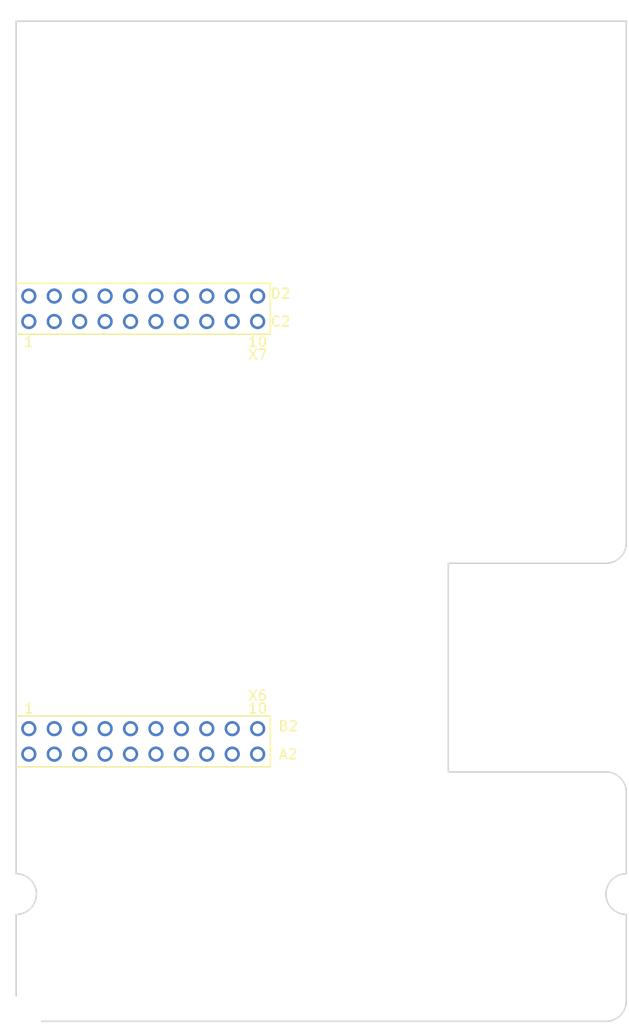
<source format=kicad_pcb>
(kicad_pcb (version 4) (host pcbnew 4.0.7)

  (general
    (links 0)
    (no_connects 0)
    (area 0 0 0 0)
    (thickness 1.6)
    (drawings 15)
    (tracks 0)
    (zones 0)
    (modules 1)
    (nets 1)
  )

  (page A4)
  (layers
    (0 F.Cu signal)
    (31 B.Cu signal)
    (32 B.Adhes user)
    (33 F.Adhes user)
    (34 B.Paste user)
    (35 F.Paste user)
    (36 B.SilkS user)
    (37 F.SilkS user)
    (38 B.Mask user)
    (39 F.Mask user)
    (40 Dwgs.User user)
    (41 Cmts.User user)
    (42 Eco1.User user)
    (43 Eco2.User user)
    (44 Edge.Cuts user)
    (45 Margin user)
    (46 B.CrtYd user)
    (47 F.CrtYd user)
    (48 B.Fab user)
    (49 F.Fab user)
  )

  (setup
    (last_trace_width 0.25)
    (trace_clearance 0.2)
    (zone_clearance 0.508)
    (zone_45_only no)
    (trace_min 0.2)
    (segment_width 0.2)
    (edge_width 0.15)
    (via_size 0.6)
    (via_drill 0.4)
    (via_min_size 0.4)
    (via_min_drill 0.3)
    (uvia_size 0.3)
    (uvia_drill 0.1)
    (uvias_allowed no)
    (uvia_min_size 0.2)
    (uvia_min_drill 0.1)
    (pcb_text_width 0.3)
    (pcb_text_size 1.5 1.5)
    (mod_edge_width 0.15)
    (mod_text_size 1 1)
    (mod_text_width 0.15)
    (pad_size 1.524 1.524)
    (pad_drill 0.762)
    (pad_to_mask_clearance 0.2)
    (aux_axis_origin 0 0)
    (visible_elements FFFFFF7F)
    (pcbplotparams
      (layerselection 0x00030_80000001)
      (usegerberextensions false)
      (excludeedgelayer true)
      (linewidth 0.100000)
      (plotframeref false)
      (viasonmask false)
      (mode 1)
      (useauxorigin false)
      (hpglpennumber 1)
      (hpglpenspeed 20)
      (hpglpendiameter 15)
      (hpglpenoverlay 2)
      (psnegative false)
      (psa4output false)
      (plotreference true)
      (plotvalue true)
      (plotinvisibletext false)
      (padsonsilk false)
      (subtractmaskfromsilk false)
      (outputformat 1)
      (mirror false)
      (drillshape 1)
      (scaleselection 1)
      (outputdirectory ""))
  )

  (net 0 "")

  (net_class Default "This is the default net class."
    (clearance 0.2)
    (trace_width 0.25)
    (via_dia 0.6)
    (via_drill 0.4)
    (uvia_dia 0.3)
    (uvia_drill 0.1)
  )

  (module MRDT_Shields:TM4C129E_Launchpad_X7 (layer F.Cu) (tedit 5B7ECC27) (tstamp 5B7F6C0C)
    (at 130.556 125.222)
    (fp_text reference REF** (at 57.404 -0.762 180) (layer F.SilkS) hide
      (effects (font (size 1 1) (thickness 0.15)))
    )
    (fp_text value TM4C129E_Launchpad_X7 (at 32.512 1.016) (layer F.Fab) hide
      (effects (font (size 1 1) (thickness 0.15)))
    )
    (fp_line (start 0 0) (end 0 -74.5998) (layer F.Fab) (width 0.15))
    (fp_line (start 60.96 -74.5998) (end 60.96 -22.352) (layer F.Fab) (width 0.15))
    (fp_text user "10cm Line" (at 4.064 -75.438) (layer F.Fab)
      (effects (font (size 1 1) (thickness 0.15)))
    )
    (fp_line (start 60.96 23.368) (end 60.96 22.86) (layer F.Fab) (width 0.15))
    (fp_line (start 58.42 25.4) (end 58.928 25.4) (layer F.Fab) (width 0.15))
    (fp_line (start 2.032 25.4) (end 2.54 25.4) (layer F.Fab) (width 0.15))
    (fp_line (start 0 23.368) (end 0 22.8346) (layer F.Fab) (width 0.15))
    (fp_line (start 0 12.954) (end 0 12.446) (layer F.Fab) (width 0.05))
    (fp_arc (start 58.928 2.54) (end 58.928 0.508) (angle 90) (layer F.Fab) (width 0.15))
    (fp_arc (start 58.928 -22.352) (end 60.96 -22.352) (angle 90) (layer F.Fab) (width 0.15))
    (fp_line (start 58.928 25.4) (end 2.54 25.4) (layer F.Fab) (width 0.15))
    (fp_line (start 60.96 14.732) (end 60.96 22.86) (layer F.Fab) (width 0.15))
    (fp_arc (start 60.96 12.7) (end 60.96 14.732) (angle 90) (layer F.Fab) (width 0.15))
    (fp_arc (start 60.96 12.7) (end 58.928 12.7) (angle 90) (layer F.Fab) (width 0.15))
    (fp_line (start 60.96 2.54) (end 60.96 10.668) (layer F.Fab) (width 0.15))
    (fp_arc (start 0 12.7) (end 0 10.668) (angle 90) (layer F.Fab) (width 0.15))
    (fp_arc (start 0 12.7) (end 2.032 12.7) (angle 90) (layer F.Fab) (width 0.15))
    (fp_line (start 0 14.732) (end 0 22.86) (layer F.Fab) (width 0.15))
    (fp_line (start 0 0) (end 0 10.668) (layer F.Fab) (width 0.15))
    (fp_text user "Keep Out" (at 47.244 -17.526) (layer F.Fab)
      (effects (font (size 1 1) (thickness 0.15)))
    )
    (fp_text user "Ethernet Jack" (at 49.022 -19.05) (layer F.Fab)
      (effects (font (size 1 1) (thickness 0.15)))
    )
    (fp_text user "Expand out this way -->" (at -0.762 -64.6176 90) (layer F.Fab)
      (effects (font (size 1 1) (thickness 0.15)))
    )
    (fp_text user 1 (at 1.27 -42.418 180) (layer F.SilkS)
      (effects (font (size 1 1) (thickness 0.15)))
    )
    (fp_text user 10 (at 24.13 -42.418 180) (layer F.SilkS)
      (effects (font (size 1 1) (thickness 0.15)))
    )
    (fp_text user 10 (at 24.13 -5.842 180) (layer F.SilkS)
      (effects (font (size 1 1) (thickness 0.15)))
    )
    (fp_text user 1 (at 1.27 -5.842 180) (layer F.SilkS)
      (effects (font (size 1 1) (thickness 0.15)))
    )
    (fp_text user X7 (at 24.13 -41.148 180) (layer F.SilkS)
      (effects (font (size 1 1) (thickness 0.15)))
    )
    (fp_text user X6 (at 24.13 -7.112) (layer F.SilkS)
      (effects (font (size 1 1) (thickness 0.15)))
    )
    (fp_text user "Boosterpack 2" (at 27.432 -75.692) (layer F.Fab)
      (effects (font (size 1 1) (thickness 0.15)))
    )
    (fp_line (start 58.928 -20.32) (end 43.18 -20.32) (layer F.Fab) (width 0.15))
    (fp_line (start 43.18 -20.32) (end 43.18 0.508) (layer F.Fab) (width 0.15))
    (fp_line (start 0 0.508) (end 58.928 0.508) (layer F.Fab) (width 0.15))
    (fp_line (start 0 -74.6) (end 60.96 -74.6) (layer F.Fab) (width 0.15))
    (fp_text user C2 (at 26.416 -44.45 180) (layer F.SilkS)
      (effects (font (size 1 1) (thickness 0.15)))
    )
    (fp_text user D2 (at 26.416 -47.244) (layer F.SilkS)
      (effects (font (size 1 1) (thickness 0.15)))
    )
    (fp_text user B2 (at 27.178 -4.064 180) (layer F.SilkS)
      (effects (font (size 1 1) (thickness 0.15)))
    )
    (fp_text user A2 (at 27.178 -1.27 180) (layer F.SilkS)
      (effects (font (size 1 1) (thickness 0.15)))
    )
    (fp_line (start 25.4 -5.08) (end 0 -5.08) (layer F.SilkS) (width 0.15))
    (fp_line (start 0 -43.18) (end 25.4 -43.18) (layer F.SilkS) (width 0.15))
    (fp_line (start 25.4 0) (end 25.4 -5.08) (layer F.SilkS) (width 0.15))
    (fp_line (start 0 -5.08) (end 0 0) (layer F.SilkS) (width 0.15))
    (fp_line (start 0 0) (end 25.4 0) (layer F.SilkS) (width 0.15))
    (fp_line (start 25.4 -43.18) (end 25.4 -48.26) (layer F.SilkS) (width 0.15))
    (fp_line (start 25.4 -48.26) (end 0 -48.26) (layer F.SilkS) (width 0.15))
    (fp_line (start 0 -48.26) (end 0 -43.18) (layer F.SilkS) (width 0.15))
    (fp_line (start 0.254 12.7) (end -0.254 12.7) (layer F.Fab) (width 0.05))
    (fp_line (start 2.286 12.7) (end 1.778 12.7) (layer F.Fab) (width 0.05))
    (fp_line (start 0 14.986) (end 0 14.478) (layer F.Fab) (width 0.05))
    (fp_line (start 0.254 14.732) (end -0.254 14.732) (layer F.Fab) (width 0.05))
    (fp_line (start 0 10.922) (end 0 10.414) (layer F.Fab) (width 0.05))
    (fp_line (start 0.254 10.668) (end -0.254 10.668) (layer F.Fab) (width 0.05))
    (fp_arc (start 2.032 23.368) (end 2.032 25.4) (angle 90) (layer F.Fab) (width 0.15))
    (fp_line (start 2.794 22.86) (end 2.286 22.86) (layer F.Fab) (width 0.05))
    (fp_line (start 2.54 23.114) (end 2.54 22.606) (layer F.Fab) (width 0.05))
    (fp_line (start 0.254 22.86) (end -0.254 22.86) (layer F.Fab) (width 0.05))
    (fp_line (start 2.54 25.654) (end 2.54 25.146) (layer F.Fab) (width 0.05))
    (fp_line (start 59.182 23.368) (end 58.674 23.368) (layer F.Fab) (width 0.05))
    (fp_line (start 58.928 23.622) (end 58.928 23.114) (layer F.Fab) (width 0.05))
    (fp_arc (start 58.928 23.368) (end 60.96 23.368) (angle 90) (layer F.Fab) (width 0.15))
    (fp_line (start 61.214 23.368) (end 60.706 23.368) (layer F.Fab) (width 0.05))
    (fp_line (start 58.928 25.654) (end 58.928 25.146) (layer F.Fab) (width 0.05))
    (fp_line (start 61.214 12.7) (end 60.706 12.7) (layer F.Fab) (width 0.05))
    (fp_line (start 60.96 12.954) (end 60.96 12.446) (layer F.Fab) (width 0.05))
    (fp_line (start 61.214 10.668) (end 60.706 10.668) (layer F.Fab) (width 0.05))
    (fp_line (start 60.96 10.922) (end 60.96 10.414) (layer F.Fab) (width 0.05))
    (fp_line (start 60.96 14.986) (end 60.96 14.478) (layer F.Fab) (width 0.05))
    (fp_line (start 61.214 14.732) (end 60.706 14.732) (layer F.Fab) (width 0.05))
    (fp_line (start 59.182 12.7) (end 58.674 12.7) (layer F.Fab) (width 0.05))
    (fp_line (start 59.182 2.54) (end 58.674 2.54) (layer F.Fab) (width 0.05))
    (fp_line (start 58.928 2.794) (end 58.928 2.286) (layer F.Fab) (width 0.05))
    (fp_line (start 61.214 2.54) (end 60.706 2.54) (layer F.Fab) (width 0.05))
    (fp_line (start 58.928 0.762) (end 58.928 0.254) (layer F.Fab) (width 0.05))
    (pad +3V3 thru_hole circle (at 1.27 -1.27 180) (size 1.52 1.52) (drill 1) (layers *.Cu *.Mask F.Paste))
    (pad PM6 thru_hole circle (at 24.13 -46.99 180) (size 1.52 1.52) (drill 1) (layers *.Cu *.Mask F.Paste))
    (pad PQ1 thru_hole circle (at 21.59 -46.99 180) (size 1.52 1.52) (drill 1) (layers *.Cu *.Mask F.Paste))
    (pad PQ2 thru_hole circle (at 13.97 -46.99 180) (size 1.52 1.52) (drill 1) (layers *.Cu *.Mask F.Paste))
    (pad PK0 thru_hole circle (at 11.43 -3.81 180) (size 1.52 1.52) (drill 1) (layers *.Cu *.Mask F.Paste))
    (pad PQ3 thru_hole circle (at 16.51 -46.99 180) (size 1.52 1.52) (drill 1) (layers *.Cu *.Mask F.Paste))
    (pad PP3 thru_hole circle (at 19.05 -46.99 180) (size 1.52 1.52) (drill 1) (layers *.Cu *.Mask F.Paste))
    (pad PQ0 thru_hole circle (at 16.51 -1.27 180) (size 1.52 1.52) (drill 1) (layers *.Cu *.Mask F.Paste))
    (pad PA4 thru_hole circle (at 21.59 -3.81 180) (size 1.52 1.52) (drill 1) (layers *.Cu *.Mask F.Paste))
    (pad Rese thru_hole circle (at 11.43 -46.99 180) (size 1.52 1.52) (drill 1) (layers *.Cu *.Mask F.Paste))
    (pad PA7 thru_hole circle (at 8.89 -46.99 180) (size 1.52 1.52) (drill 1) (layers *.Cu *.Mask F.Paste))
    (pad PN5 thru_hole circle (at 21.59 -1.27 180) (size 1.52 1.52) (drill 1) (layers *.Cu *.Mask F.Paste))
    (pad PK2 thru_hole circle (at 16.51 -3.81 180) (size 1.52 1.52) (drill 1) (layers *.Cu *.Mask F.Paste))
    (pad PK1 thru_hole circle (at 13.97 -3.81 180) (size 1.52 1.52) (drill 1) (layers *.Cu *.Mask F.Paste))
    (pad +5V thru_hole circle (at 1.27 -3.81 180) (size 1.52 1.52) (drill 1) (layers *.Cu *.Mask F.Paste))
    (pad GND thru_hole circle (at 3.81 -3.81 180) (size 1.52 1.52) (drill 1) (layers *.Cu *.Mask F.Paste))
    (pad PB4 thru_hole circle (at 6.35 -3.81 180) (size 1.52 1.52) (drill 1) (layers *.Cu *.Mask F.Paste))
    (pad PB5 thru_hole circle (at 8.89 -3.81 180) (size 1.52 1.52) (drill 1) (layers *.Cu *.Mask F.Paste))
    (pad PK3 thru_hole circle (at 19.05 -3.81 180) (size 1.52 1.52) (drill 1) (layers *.Cu *.Mask F.Paste))
    (pad PA5 thru_hole circle (at 24.13 -3.81 180) (size 1.52 1.52) (drill 1) (layers *.Cu *.Mask F.Paste))
    (pad PD2 thru_hole circle (at 3.81 -1.27 180) (size 1.52 1.52) (drill 1) (layers *.Cu *.Mask F.Paste))
    (pad PP0 thru_hole circle (at 6.35 -1.27 180) (size 1.52 1.52) (drill 1) (layers *.Cu *.Mask F.Paste))
    (pad PP1 thru_hole circle (at 8.89 -1.27 180) (size 1.52 1.52) (drill 1) (layers *.Cu *.Mask F.Paste))
    (pad PD4 thru_hole circle (at 11.43 -1.27 180) (size 1.52 1.52) (drill 1) (layers *.Cu *.Mask F.Paste))
    (pad PD5 thru_hole circle (at 13.97 -1.27 180) (size 1.52 1.52) (drill 1) (layers *.Cu *.Mask F.Paste))
    (pad PP4 thru_hole circle (at 19.05 -1.27 180) (size 1.52 1.52) (drill 1) (layers *.Cu *.Mask F.Paste))
    (pad PN4 thru_hole circle (at 24.13 -1.27 180) (size 1.52 1.52) (drill 1) (layers *.Cu *.Mask F.Paste))
    (pad PG1 thru_hole circle (at 1.27 -44.45 180) (size 1.52 1.52) (drill 1) (layers *.Cu *.Mask F.Paste))
    (pad PK4 thru_hole circle (at 3.81 -44.45 180) (size 1.52 1.52) (drill 1) (layers *.Cu *.Mask F.Paste))
    (pad PK5 thru_hole circle (at 6.35 -44.45 180) (size 1.52 1.52) (drill 1) (layers *.Cu *.Mask F.Paste))
    (pad PM0 thru_hole circle (at 8.89 -44.45 180) (size 1.52 1.52) (drill 1) (layers *.Cu *.Mask F.Paste))
    (pad PM1 thru_hole circle (at 11.43 -44.45 180) (size 1.52 1.52) (drill 1) (layers *.Cu *.Mask F.Paste))
    (pad PM2 thru_hole circle (at 13.97 -44.45 180) (size 1.52 1.52) (drill 1) (layers *.Cu *.Mask F.Paste))
    (pad PH0 thru_hole circle (at 16.51 -44.45 180) (size 1.52 1.52) (drill 1) (layers *.Cu *.Mask F.Paste))
    (pad PH1 thru_hole circle (at 19.05 -44.45 180) (size 1.52 1.52) (drill 1) (layers *.Cu *.Mask F.Paste))
    (pad PK6 thru_hole circle (at 21.59 -44.45 180) (size 1.52 1.52) (drill 1) (layers *.Cu *.Mask F.Paste))
    (pad PK7 thru_hole circle (at 24.13 -44.45 180) (size 1.52 1.52) (drill 1) (layers *.Cu *.Mask F.Paste))
    (pad GND thru_hole circle (at 1.27 -46.99 180) (size 1.52 1.52) (drill 1) (layers *.Cu *.Mask F.Paste))
    (pad PM7 thru_hole circle (at 3.81 -46.99 180) (size 1.52 1.52) (drill 1) (layers *.Cu *.Mask F.Paste))
    (pad PP5 thru_hole circle (at 6.35 -46.99 180) (size 1.52 1.52) (drill 1) (layers *.Cu *.Mask F.Paste))
  )

  (gr_arc (start 189.484 148.59) (end 191.516 148.59) (angle 90) (layer Edge.Cuts) (width 0.15))
  (gr_arc (start 189.484 127.762) (end 189.484 125.73) (angle 90) (layer Edge.Cuts) (width 0.15))
  (gr_arc (start 189.484 102.87) (end 191.516 102.87) (angle 90) (layer Edge.Cuts) (width 0.15))
  (gr_arc (start 191.516 137.922) (end 191.516 139.954) (angle 180) (layer Edge.Cuts) (width 0.15) (tstamp 5B7F6C82))
  (gr_arc (start 130.556 137.922) (end 130.556 135.89) (angle 180) (layer Edge.Cuts) (width 0.15))
  (gr_line (start 130.556 135.89) (end 130.556 50.8) (layer Edge.Cuts) (width 0.15))
  (gr_line (start 130.556 139.954) (end 130.556 148.082) (layer Edge.Cuts) (width 0.15))
  (gr_line (start 189.484 150.622) (end 133.096 150.622) (layer Edge.Cuts) (width 0.15))
  (gr_line (start 191.516 139.954) (end 191.516 148.59) (layer Edge.Cuts) (width 0.15))
  (gr_line (start 191.516 127.762) (end 191.516 135.89) (layer Edge.Cuts) (width 0.15))
  (gr_line (start 173.736 125.73) (end 189.484 125.73) (layer Edge.Cuts) (width 0.15))
  (gr_line (start 173.736 104.902) (end 173.736 125.73) (layer Edge.Cuts) (width 0.15))
  (gr_line (start 189.484 104.902) (end 173.736 104.902) (layer Edge.Cuts) (width 0.15))
  (gr_line (start 191.516 50.8) (end 191.516 102.87) (layer Edge.Cuts) (width 0.15))
  (gr_line (start 130.556 50.8) (end 191.516 50.8) (layer Edge.Cuts) (width 0.15))

)

</source>
